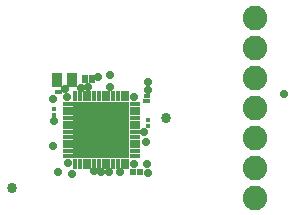
<source format=gts>
G75*
%MOIN*%
%OFA0B0*%
%FSLAX25Y25*%
%IPPOS*%
%LPD*%
%AMOC8*
5,1,8,0,0,1.08239X$1,22.5*
%
%ADD10R,0.03477X0.01706*%
%ADD11R,0.18910X0.18910*%
%ADD12R,0.01706X0.03477*%
%ADD13R,0.03320X0.04816*%
%ADD14R,0.01292X0.01391*%
%ADD15R,0.01981X0.01587*%
%ADD16R,0.01784X0.01784*%
%ADD17R,0.02178X0.02375*%
%ADD18C,0.08200*%
%ADD19C,0.02800*%
%ADD20C,0.03378*%
D10*
X0027646Y0027914D03*
X0027646Y0029489D03*
X0027646Y0031064D03*
X0027646Y0032639D03*
X0027646Y0034213D03*
X0027646Y0035788D03*
X0027646Y0037363D03*
X0027646Y0038938D03*
X0027646Y0040513D03*
X0027646Y0042087D03*
X0027646Y0043662D03*
X0027646Y0045237D03*
X0050166Y0045237D03*
X0050166Y0043662D03*
X0050166Y0042087D03*
X0050166Y0040513D03*
X0050166Y0038938D03*
X0050166Y0037363D03*
X0050166Y0035788D03*
X0050166Y0034213D03*
X0050166Y0032639D03*
X0050166Y0031064D03*
X0050166Y0029489D03*
X0050166Y0027914D03*
D11*
X0038906Y0036576D03*
D12*
X0038119Y0047835D03*
X0039694Y0047835D03*
X0041269Y0047835D03*
X0042843Y0047835D03*
X0044418Y0047835D03*
X0045993Y0047835D03*
X0047568Y0047835D03*
X0036544Y0047835D03*
X0034969Y0047835D03*
X0033394Y0047835D03*
X0031820Y0047835D03*
X0030245Y0047835D03*
X0030245Y0025316D03*
X0031820Y0025316D03*
X0033394Y0025316D03*
X0034969Y0025316D03*
X0036544Y0025316D03*
X0038119Y0025316D03*
X0039694Y0025316D03*
X0041269Y0025316D03*
X0042843Y0025316D03*
X0044418Y0025316D03*
X0045993Y0025316D03*
X0047568Y0025316D03*
D13*
X0029162Y0053020D03*
X0024123Y0053020D03*
D14*
X0024223Y0049242D03*
X0025153Y0049242D03*
X0053654Y0047721D03*
X0054584Y0047721D03*
X0054569Y0046351D03*
X0053639Y0046351D03*
D15*
X0035690Y0052981D03*
X0035690Y0054162D03*
X0033564Y0054162D03*
X0033564Y0052981D03*
D16*
X0023217Y0043413D03*
X0023217Y0041613D03*
X0054363Y0039787D03*
X0054363Y0037987D03*
D17*
X0051762Y0022448D03*
X0049321Y0022448D03*
D18*
X0090260Y0023992D03*
X0090260Y0033992D03*
X0090260Y0043992D03*
X0090260Y0053992D03*
X0090260Y0063992D03*
X0090260Y0073992D03*
X0090260Y0013992D03*
D19*
X0054603Y0022223D03*
X0053981Y0025233D03*
X0049860Y0025084D03*
X0045174Y0022577D03*
X0041356Y0022577D03*
X0038956Y0022577D03*
X0036548Y0022745D03*
X0029095Y0021918D03*
X0024607Y0022619D03*
X0027961Y0025513D03*
X0031076Y0028863D03*
X0022741Y0031020D03*
X0023202Y0039465D03*
X0031036Y0044418D03*
X0027497Y0047670D03*
X0026709Y0050070D03*
X0022682Y0046831D03*
X0032203Y0050574D03*
X0034603Y0050894D03*
X0037883Y0054072D03*
X0041744Y0054787D03*
X0041906Y0050922D03*
X0049733Y0047496D03*
X0054631Y0049926D03*
X0054450Y0052481D03*
X0053135Y0035728D03*
X0053855Y0032359D03*
X0099725Y0048544D03*
D20*
X0009174Y0017048D03*
X0060355Y0040670D03*
M02*

</source>
